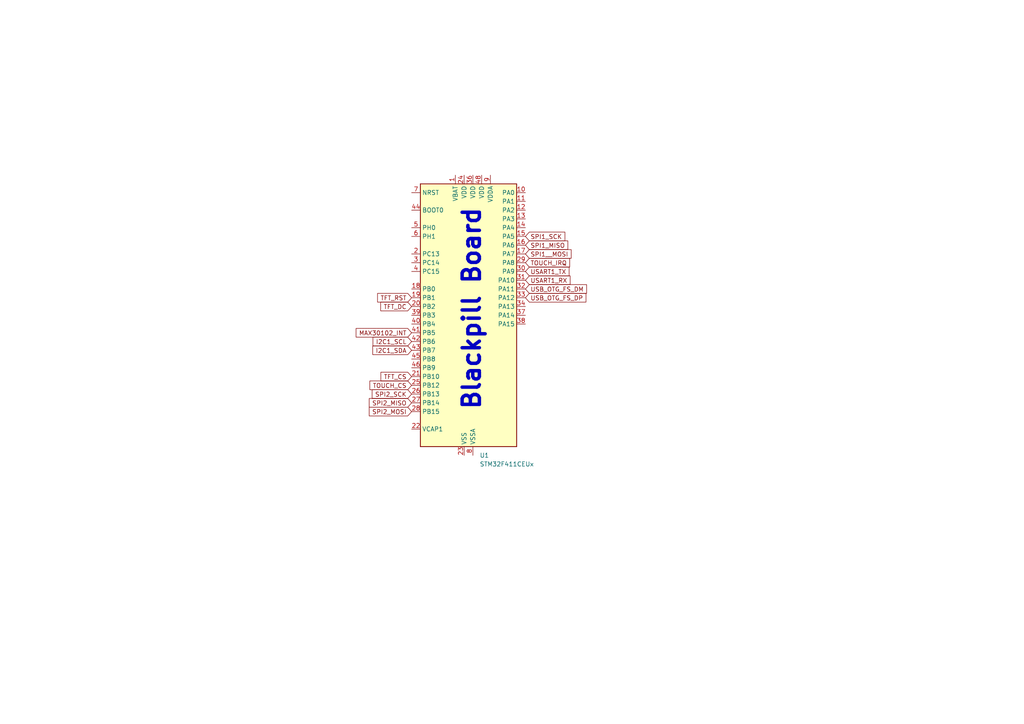
<source format=kicad_sch>
(kicad_sch (version 20230121) (generator eeschema)
  (paper "A4")
  (lib_symbols
    (symbol "MCU_ST_STM32F4:STM32F411CEUx"
      (property "Reference" "U" (at -12.7 39.37 0))
      (property "Value" "STM32F411CEUx" (at 10.16 39.37 0))
      (symbol "STM32F411CEUx_0_1"
        (rectangle (start -12.7 -38.1) (end 15.24 38.1) (stroke (width 0.254)) (fill (type background)))
      )
      (symbol "STM32F411CEUx_1_1"
        (pin power_in line (at -2.54 40.64 270) (length 2.54) (name "VBAT") (number "1"))
        (pin bidirectional line (at 17.78 35.56 180) (length 2.54) (name "PA0") (number "10"))
        (pin bidirectional line (at 17.78 33.02 180) (length 2.54) (name "PA1") (number "11"))
        (pin bidirectional line (at 17.78 30.48 180) (length 2.54) (name "PA2") (number "12"))
        (pin bidirectional line (at 17.78 27.94 180) (length 2.54) (name "PA3") (number "13"))
        (pin bidirectional line (at 17.78 25.4 180) (length 2.54) (name "PA4") (number "14"))
        (pin bidirectional line (at 17.78 22.86 180) (length 2.54) (name "PA5") (number "15"))
        (pin bidirectional line (at 17.78 20.32 180) (length 2.54) (name "PA6") (number "16"))
        (pin bidirectional line (at 17.78 17.78 180) (length 2.54) (name "PA7") (number "17"))
        (pin bidirectional line (at -15.24 7.62 0) (length 2.54) (name "PB0") (number "18"))
        (pin bidirectional line (at -15.24 5.08 0) (length 2.54) (name "PB1") (number "19"))
        (pin bidirectional line (at -15.24 17.78 0) (length 2.54) (name "PC13") (number "2"))
        (pin bidirectional line (at -15.24 2.54 0) (length 2.54) (name "PB2") (number "20"))
        (pin bidirectional line (at -15.24 -17.78 0) (length 2.54) (name "PB10") (number "21"))
        (pin power_out line (at -15.24 -33.02 0) (length 2.54) (name "VCAP1") (number "22"))
        (pin power_in line (at 0 -40.64 90) (length 2.54) (name "VSS") (number "23"))
        (pin power_in line (at 0 40.64 270) (length 2.54) (name "VDD") (number "24"))
        (pin bidirectional line (at -15.24 -20.32 0) (length 2.54) (name "PB12") (number "25"))
        (pin bidirectional line (at -15.24 -22.86 0) (length 2.54) (name "PB13") (number "26"))
        (pin bidirectional line (at -15.24 -25.4 0) (length 2.54) (name "PB14") (number "27"))
        (pin bidirectional line (at -15.24 -27.94 0) (length 2.54) (name "PB15") (number "28"))
        (pin bidirectional line (at 17.78 15.24 180) (length 2.54) (name "PA8") (number "29"))
        (pin bidirectional line (at -15.24 15.24 0) (length 2.54) (name "PC14") (number "3"))
        (pin bidirectional line (at 17.78 12.7 180) (length 2.54) (name "PA9") (number "30"))
        (pin bidirectional line (at 17.78 10.16 180) (length 2.54) (name "PA10") (number "31"))
        (pin bidirectional line (at 17.78 7.62 180) (length 2.54) (name "PA11") (number "32"))
        (pin bidirectional line (at 17.78 5.08 180) (length 2.54) (name "PA12") (number "33"))
        (pin bidirectional line (at 17.78 2.54 180) (length 2.54) (name "PA13") (number "34"))
        (pin passive line (at 0 -40.64 90) (length 2.54) hide (name "VSS") (number "35"))
        (pin power_in line (at 2.54 40.64 270) (length 2.54) (name "VDD") (number "36"))
        (pin bidirectional line (at 17.78 0 180) (length 2.54) (name "PA14") (number "37"))
        (pin bidirectional line (at 17.78 -2.54 180) (length 2.54) (name "PA15") (number "38"))
        (pin bidirectional line (at -15.24 0 0) (length 2.54) (name "PB3") (number "39"))
        (pin bidirectional line (at -15.24 12.7 0) (length 2.54) (name "PC15") (number "4"))
        (pin bidirectional line (at -15.24 -2.54 0) (length 2.54) (name "PB4") (number "40"))
        (pin bidirectional line (at -15.24 -5.08 0) (length 2.54) (name "PB5") (number "41"))
        (pin bidirectional line (at -15.24 -7.62 0) (length 2.54) (name "PB6") (number "42"))
        (pin bidirectional line (at -15.24 -10.16 0) (length 2.54) (name "PB7") (number "43"))
        (pin input line (at -15.24 30.48 0) (length 2.54) (name "BOOT0") (number "44"))
        (pin bidirectional line (at -15.24 -12.7 0) (length 2.54) (name "PB8") (number "45"))
        (pin bidirectional line (at -15.24 -15.24 0) (length 2.54) (name "PB9") (number "46"))
        (pin passive line (at 0 -40.64 90) (length 2.54) hide (name "VSS") (number "47"))
        (pin power_in line (at 5.08 40.64 270) (length 2.54) (name "VDD") (number "48"))
        (pin passive line (at 0 -40.64 90) (length 2.54) hide (name "VSS") (number "49"))
        (pin bidirectional line (at -15.24 25.4 0) (length 2.54) (name "PH0") (number "5"))
        (pin bidirectional line (at -15.24 22.86 0) (length 2.54) (name "PH1") (number "6"))
        (pin input line (at -15.24 35.56 0) (length 2.54) (name "NRST") (number "7"))
        (pin power_in line (at 2.54 -40.64 90) (length 2.54) (name "VSSA") (number "8"))
        (pin power_in line (at 7.62 40.64 270) (length 2.54) (name "VDDA") (number "9"))
      )
    )
  )
  (text "Blackpill Board" (at 139.7 119.38 90) (effects (font (size 5 5) (thickness 1) bold) (justify left bottom)))
  (global_label "USART1_RX" (shape input) (at 152.4 81.28 0) (property "Intersheetrefs" "${INTERSHEET_REFS}" (effects hide)))
  (global_label "USB_OTG_FS_DP" (shape input) (at 152.4 86.36 0) (property "Intersheetrefs" "${INTERSHEET_REFS}" (effects hide)))
  (global_label "I2C1_SDA" (shape input) (at 119.38 101.6 180) (property "Intersheetrefs" "${INTERSHEET_REFS}" (effects hide)))
  (global_label "TFT_RST" (shape input) (at 119.38 86.36 180) (property "Intersheetrefs" "${INTERSHEET_REFS}" (effects hide)))
  (global_label "SPI2_SCK" (shape input) (at 119.38 114.3 180) (property "Intersheetrefs" "${INTERSHEET_REFS}" (effects hide)))
  (global_label "TFT_CS" (shape input) (at 119.38 109.22 180) (property "Intersheetrefs" "${INTERSHEET_REFS}" (effects hide)))
  (global_label "MAX30102_INT" (shape input) (at 119.38 96.52 180) (property "Intersheetrefs" "${INTERSHEET_REFS}" (effects hide)))
  (global_label "TFT_DC" (shape input) (at 119.38 88.9 180) (property "Intersheetrefs" "${INTERSHEET_REFS}" (effects hide)))
  (global_label "USB_OTG_FS_DM" (shape input) (at 152.4 83.82 0) (property "Intersheetrefs" "${INTERSHEET_REFS}" (effects hide)))
  (global_label "USART1_TX" (shape input) (at 152.4 78.74 0) (property "Intersheetrefs" "${INTERSHEET_REFS}" (effects hide)))
  (global_label "SPI1_SCK" (shape input) (at 152.4 68.58 0) (property "Intersheetrefs" "${INTERSHEET_REFS}" (effects hide)))
  (global_label "I2C1_SCL" (shape input) (at 119.38 99.06 180) (property "Intersheetrefs" "${INTERSHEET_REFS}" (effects hide)))
  (global_label "SPI1_MISO" (shape input) (at 152.4 71.12 0) (property "Intersheetrefs" "${INTERSHEET_REFS}" (effects hide)))
  (global_label "TOUCH_CS" (shape input) (at 119.38 111.76 180) (property "Intersheetrefs" "${INTERSHEET_REFS}" (effects hide)))
  (global_label "SPI1__MOSI" (shape input) (at 152.4 73.66 0) (property "Intersheetrefs" "${INTERSHEET_REFS}" (effects hide)))
  (global_label "SPI2_MOSI" (shape input) (at 119.38 119.38 180) (property "Intersheetrefs" "${INTERSHEET_REFS}" (effects hide)))
  (global_label "TOUCH_IRQ" (shape input) (at 152.4 76.2 0) (property "Intersheetrefs" "${INTERSHEET_REFS}" (effects hide)))
  (global_label "SPI2_MISO" (shape input) (at 119.38 116.84 180) (property "Intersheetrefs" "${INTERSHEET_REFS}" (effects hide)))
  (symbol (lib_id "MCU_ST_STM32F4:STM32F411CEUx") (at 134.62 91.44 0) (unit 1)
    (property "Reference" "U1" (at 139.1159 132.08 0) (effects (justify left)))
    (property "Value" "STM32F411CEUx" (at 139.1159 134.62 0) (effects (justify left)))
    (property "Footprint" "Package_DFN_QFN:QFN-48-1EP_7x7mm_P0.5mm_EP5.6x5.6mm" (effects hide))
    (property "Datasheet" "https://www.st.com/resource/en/datasheet/stm32f411ce.pdf" (effects hide))
  )
)
</source>
